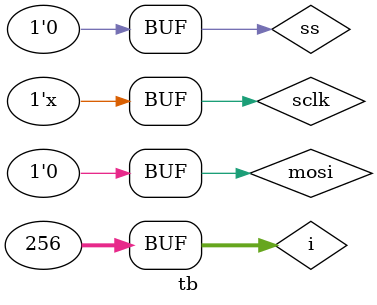
<source format=v>
module tb (/*AUTOARG*/ ) ;
   reg   sclk;
   reg   ss;
   reg   mosi;
   wire  miso;
   integer i;

   chip dut(ss, sclk, mosi, miso);

   initial begin
      $monitor(sclk,miso);
      // $dumpfile("test.vcd");
      // $dumpvars(tb);

      ss <= 1;

      #1 sclk <= 0;
      #1 sclk <= 1;
      #1 sclk <= 0;

      ss <= 0;
      mosi <= 0;
      #8;

      for(i = 0; i < 256; i = i + 1) begin
         #1 sclk = !sclk;
         #1 sclk = !sclk;
      end
   end



endmodule // tb

</source>
